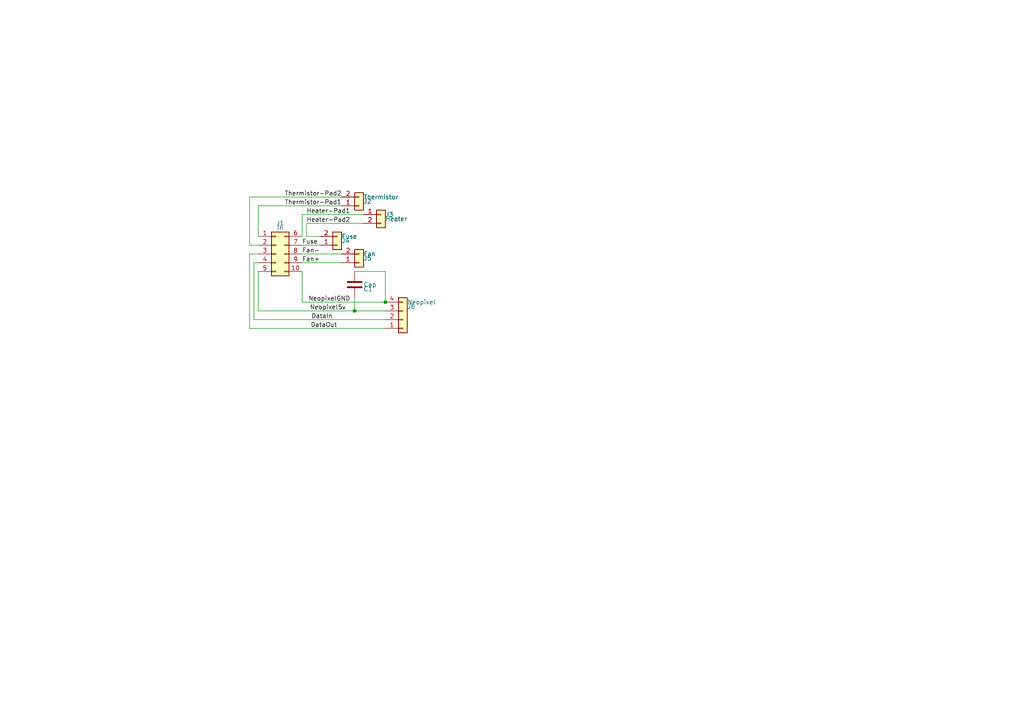
<source format=kicad_sch>
(kicad_sch (version 20230121) (generator eeschema)
  (paper "A4")
  (lib_symbols
    (symbol "Connector_Generic:Conn_01x02" (pin_names (offset 1.016) hide)
      (property "Reference" "J" (at 0 2.54 0))
      (property "Value" "Conn_01x02" (at 0 -5.08 0))
      (symbol "Conn_01x02_1_1"
        (rectangle (start -1.27 -2.413) (end 0 -2.667) (stroke (width 0.1524)))
        (rectangle (start -1.27 0.127) (end 0 -0.127) (stroke (width 0.1524)))
        (rectangle (start -1.27 1.27) (end 1.27 -3.81) (stroke (width 0.254)) (fill (type background)))
        (pin passive line (at -5.08 0 0) (length 3.81) (name "Pin_1") (number "1"))
        (pin passive line (at -5.08 -2.54 0) (length 3.81) (name "Pin_2") (number "2"))
      )
    )
    (symbol "Connector_Generic:Conn_01x04" (pin_names (offset 1.016) hide)
      (property "Reference" "J" (at 0 5.08 0))
      (property "Value" "Conn_01x04" (at 0 -7.62 0))
      (symbol "Conn_01x04_1_1"
        (rectangle (start -1.27 -4.953) (end 0 -5.207) (stroke (width 0.1524)))
        (rectangle (start -1.27 -2.413) (end 0 -2.667) (stroke (width 0.1524)))
        (rectangle (start -1.27 0.127) (end 0 -0.127) (stroke (width 0.1524)))
        (rectangle (start -1.27 2.667) (end 0 2.413) (stroke (width 0.1524)))
        (rectangle (start -1.27 3.81) (end 1.27 -6.35) (stroke (width 0.254)) (fill (type background)))
        (pin passive line (at -5.08 2.54 0) (length 3.81) (name "Pin_1") (number "1"))
        (pin passive line (at -5.08 0 0) (length 3.81) (name "Pin_2") (number "2"))
        (pin passive line (at -5.08 -2.54 0) (length 3.81) (name "Pin_3") (number "3"))
        (pin passive line (at -5.08 -5.08 0) (length 3.81) (name "Pin_4") (number "4"))
      )
    )
    (symbol "Connector_Generic:Conn_02x05_Top_Bottom" (pin_names (offset 1.016) hide)
      (property "Reference" "J" (at 1.27 7.62 0))
      (property "Value" "Conn_02x05_Top_Bottom" (at 1.27 -7.62 0))
      (symbol "Conn_02x05_Top_Bottom_1_1"
        (rectangle (start -1.27 -4.953) (end 0 -5.207) (stroke (width 0.1524)))
        (rectangle (start -1.27 -2.413) (end 0 -2.667) (stroke (width 0.1524)))
        (rectangle (start -1.27 0.127) (end 0 -0.127) (stroke (width 0.1524)))
        (rectangle (start -1.27 2.667) (end 0 2.413) (stroke (width 0.1524)))
        (rectangle (start -1.27 5.207) (end 0 4.953) (stroke (width 0.1524)))
        (rectangle (start -1.27 6.35) (end 3.81 -6.35) (stroke (width 0.254)) (fill (type background)))
        (rectangle (start 3.81 -4.953) (end 2.54 -5.207) (stroke (width 0.1524)))
        (rectangle (start 3.81 -2.413) (end 2.54 -2.667) (stroke (width 0.1524)))
        (rectangle (start 3.81 0.127) (end 2.54 -0.127) (stroke (width 0.1524)))
        (rectangle (start 3.81 2.667) (end 2.54 2.413) (stroke (width 0.1524)))
        (rectangle (start 3.81 5.207) (end 2.54 4.953) (stroke (width 0.1524)))
        (pin passive line (at -5.08 5.08 0) (length 3.81) (name "Pin_1") (number "1"))
        (pin passive line (at 7.62 -5.08 180) (length 3.81) (name "Pin_10") (number "10"))
        (pin passive line (at -5.08 2.54 0) (length 3.81) (name "Pin_2") (number "2"))
        (pin passive line (at -5.08 0 0) (length 3.81) (name "Pin_3") (number "3"))
        (pin passive line (at -5.08 -2.54 0) (length 3.81) (name "Pin_4") (number "4"))
        (pin passive line (at -5.08 -5.08 0) (length 3.81) (name "Pin_5") (number "5"))
        (pin passive line (at 7.62 5.08 180) (length 3.81) (name "Pin_6") (number "6"))
        (pin passive line (at 7.62 2.54 180) (length 3.81) (name "Pin_7") (number "7"))
        (pin passive line (at 7.62 0 180) (length 3.81) (name "Pin_8") (number "8"))
        (pin passive line (at 7.62 -2.54 180) (length 3.81) (name "Pin_9") (number "9"))
      )
    )
    (symbol "Device:C" (pin_numbers hide) (pin_names (offset 0.254))
      (property "Reference" "C" (at 0.635 2.54 0))
      (property "Value" "C" (at 0.635 -2.54 0))
      (symbol "C_0_1"
        (polyline (pts (xy -2.032 -0.762) (xy 2.032 -0.762)) (stroke (width 0.508)))
        (polyline (pts (xy -2.032 0.762) (xy 2.032 0.762)) (stroke (width 0.508)))
      )
      (symbol "C_1_1"
        (pin passive line (at 0 3.81 270) (length 2.794) (name "~") (number "1"))
        (pin passive line (at 0 -3.81 90) (length 2.794) (name "~") (number "2"))
      )
    )
  )
  (junction (at 102.87 90.17))
  (junction (at 111.76 87.63))
  (wire (pts (xy 88.9 64.77) (xy 105.41 64.77)))
  (wire (pts (xy 74.93 59.69) (xy 99.06 59.69)))
  (wire (pts (xy 72.39 71.12) (xy 74.93 71.12)))
  (wire (pts (xy 88.9 64.77) (xy 88.9 68.58)))
  (wire (pts (xy 87.63 87.63) (xy 111.76 87.63)))
  (wire (pts (xy 102.87 90.17) (xy 111.76 90.17)))
  (wire (pts (xy 87.63 71.12) (xy 92.71 71.12)))
  (wire (pts (xy 73.66 76.2) (xy 73.66 92.71)))
  (wire (pts (xy 87.63 73.66) (xy 99.06 73.66)))
  (wire (pts (xy 73.66 92.71) (xy 111.76 92.71)))
  (wire (pts (xy 72.39 57.15) (xy 99.06 57.15)))
  (wire (pts (xy 111.76 78.74) (xy 111.76 87.63)))
  (wire (pts (xy 87.63 62.23) (xy 105.41 62.23)))
  (wire (pts (xy 74.93 90.17) (xy 74.93 78.74)))
  (wire (pts (xy 72.39 73.66) (xy 74.93 73.66)))
  (wire (pts (xy 74.93 68.58) (xy 74.93 59.69)))
  (wire (pts (xy 72.39 95.25) (xy 111.76 95.25)))
  (wire (pts (xy 88.9 68.58) (xy 92.71 68.58)))
  (wire (pts (xy 87.63 78.74) (xy 87.63 87.63)))
  (wire (pts (xy 73.66 76.2) (xy 74.93 76.2)))
  (wire (pts (xy 87.63 76.2) (xy 99.06 76.2)))
  (wire (pts (xy 72.39 57.15) (xy 72.39 71.12)))
  (wire (pts (xy 72.39 95.25) (xy 72.39 73.66)))
  (wire (pts (xy 111.76 78.74) (xy 102.87 78.74)))
  (wire (pts (xy 87.63 62.23) (xy 87.63 68.58)))
  (wire (pts (xy 102.87 90.17) (xy 102.87 86.36)))
  (wire (pts (xy 74.93 90.17) (xy 102.87 90.17)))
  (label "Thermistor-Pad1" (at 99.06 59.69 180))
  (label "NeopixelGND" (at 101.6 87.63 180))
  (label "Fan+" (at 87.63 76.2 0))
  (label "DataOut" (at 97.79 95.25 180))
  (label "DataIn" (at 96.52 92.71 180))
  (label "Fan-" (at 87.63 73.66 0))
  (label "Heater-Pad1" (at 101.6 62.23 180))
  (label "Neopixel5v" (at 100.33 90.17 180))
  (label "Heater-Pad2" (at 101.6 64.77 180))
  (label "Fuse" (at 87.63 71.12 0))
  (label "Thermistor-Pad2" (at 99.06 57.15 180))
  (symbol (lib_id "Connector_Generic:Conn_01x02") (at 97.79 71.12 0) (mirror x) (unit 1)
    (property "Reference" "J4" (at 99.06 69.85 0) (effects (justify left)))
    (property "Value" "Fuse" (at 99.06 68.58 0) (effects (justify left)))
    (property "Footprint" "Connector_JST:JST_XH_B2B-XH-A_1x02_P2.50mm_Vertical" (effects hide))
  )
  (symbol (lib_id "Device:C") (at 102.87 82.55 0) (mirror x) (unit 1)
    (property "Reference" "C1" (at 105.41 83.82 0) (effects (justify left)))
    (property "Value" "Cap" (at 105.41 82.55 0) (effects (justify left)))
    (property "Footprint" "Capacitor_SMD:C_0805_2012Metric_Pad1.18x1.45mm_HandSolder" (effects hide))
  )
  (symbol (lib_id "Connector_Generic:Conn_01x02") (at 104.14 76.2 0) (mirror x) (unit 1)
    (property "Reference" "J5" (at 105.41 74.93 0) (effects (justify left)))
    (property "Value" "Fan" (at 105.41 73.66 0) (effects (justify left)))
    (property "Footprint" "Connector_JST:JST_XH_B2B-XH-A_1x02_P2.50mm_Vertical" (effects hide))
  )
  (symbol (lib_id "Connector_Generic:Conn_01x04") (at 116.84 92.71 0) (mirror x) (unit 1)
    (property "Reference" "J6" (at 118.11 88.9 0) (effects (justify left)))
    (property "Value" "Neopixel" (at 118.11 87.63 0) (effects (justify left)))
    (property "Footprint" "Connector_JST:JST_XH_B4B-XH-A_1x04_P2.50mm_Vertical" (effects hide))
  )
  (symbol (lib_id "Connector_Generic:Conn_01x02") (at 104.14 59.69 0) (mirror x) (unit 1)
    (property "Reference" "J2" (at 105.41 58.42 0) (effects (justify left)))
    (property "Value" "Thermistor" (at 105.41 57.15 0) (effects (justify left)))
    (property "Footprint" "Connector_JST:JST_XH_B2B-XH-A_1x02_P2.50mm_Vertical" (effects hide))
  )
  (symbol (lib_id "Connector_Generic:Conn_02x05_Top_Bottom") (at 80.01 73.66 0) (unit 1)
    (property "Reference" "J1" (at 81.28 64.77 0))
    (property "Value" "In" (at 81.28 66.04 0))
    (property "Footprint" "KiriPCB:Molex_Micro-Fit_3.0_43045-1000_2x05_P3.00mm_Horizontal" (effects hide))
  )
  (symbol (lib_id "Connector_Generic:Conn_01x02") (at 110.49 62.23 0) (unit 1)
    (property "Reference" "J3" (at 111.76 62.23 0) (effects (justify left)))
    (property "Value" "Heater" (at 111.76 63.5 0) (effects (justify left)))
    (property "Footprint" "KiriPCB:METZ CONNECT USA Inc. - TERM BLK 2P SIDE ENT 5.08MM PCB" (effects hide))
  )
)
</source>
